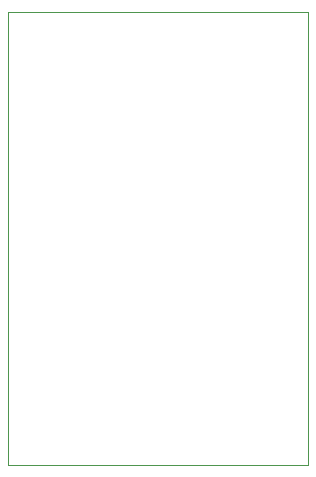
<source format=gbr>
%TF.GenerationSoftware,KiCad,Pcbnew,(5.99.0-1365-gd87daebb2)*%
%TF.CreationDate,2020-06-05T15:16:43+02:00*%
%TF.ProjectId,LORA_ATTINY_v3,4c4f5241-5f41-4545-9449-4e595f76332e,rev?*%
%TF.SameCoordinates,Original*%
%TF.FileFunction,Profile,NP*%
%FSLAX46Y46*%
G04 Gerber Fmt 4.6, Leading zero omitted, Abs format (unit mm)*
G04 Created by KiCad (PCBNEW (5.99.0-1365-gd87daebb2)) date 2020-06-05 15:16:43*
%MOMM*%
%LPD*%
G01*
G04 APERTURE LIST*
%TA.AperFunction,Profile*%
%ADD10C,0.100000*%
%TD*%
G04 APERTURE END LIST*
D10*
X88646000Y-68834000D02*
X88646000Y-30480000D01*
X114046000Y-68834000D02*
X88646000Y-68834000D01*
X114046000Y-30480000D02*
X114046000Y-68834000D01*
X88646000Y-30480000D02*
X114046000Y-30480000D01*
M02*

</source>
